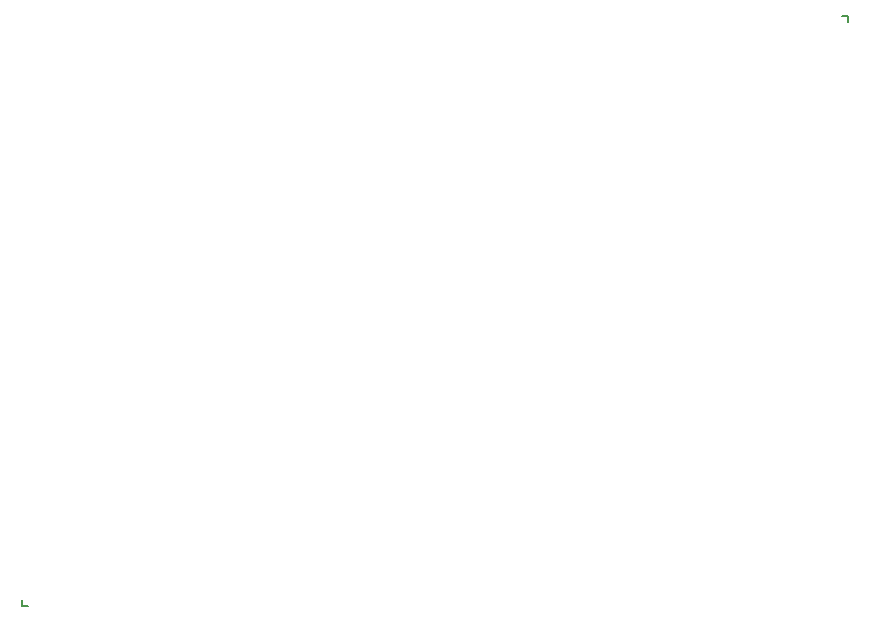
<source format=gbo>
G04 #@! TF.GenerationSoftware,KiCad,Pcbnew,(5.0.1)*
G04 #@! TF.CreationDate,2018-11-27T11:23:15+09:00*
G04 #@! TF.ProjectId,frontend_board,66726F6E74656E645F626F6172642E6B,rev?*
G04 #@! TF.SameCoordinates,Original*
G04 #@! TF.FileFunction,Legend,Bot*
G04 #@! TF.FilePolarity,Positive*
%FSLAX46Y46*%
G04 Gerber Fmt 4.6, Leading zero omitted, Abs format (unit mm)*
G04 Created by KiCad (PCBNEW (5.0.1)) date Tue Nov 27 11:23:15 2018*
%MOMM*%
%LPD*%
G01*
G04 APERTURE LIST*
%ADD10C,0.150000*%
G04 APERTURE END LIST*
D10*
X110000000Y-140000000D02*
X110500000Y-140000000D01*
X110000000Y-139500000D02*
X110000000Y-140000000D01*
X180000000Y-90000000D02*
X180000000Y-90500000D01*
X179500000Y-90000000D02*
X180000000Y-90000000D01*
M02*

</source>
